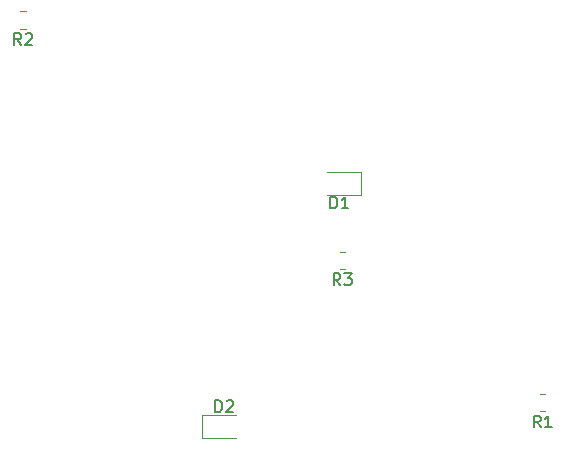
<source format=gbr>
%TF.GenerationSoftware,KiCad,Pcbnew,7.0.10*%
%TF.CreationDate,2024-01-21T17:13:34-08:00*%
%TF.ProjectId,motor_pcb,6d6f746f-725f-4706-9362-2e6b69636164,rev?*%
%TF.SameCoordinates,Original*%
%TF.FileFunction,Legend,Top*%
%TF.FilePolarity,Positive*%
%FSLAX46Y46*%
G04 Gerber Fmt 4.6, Leading zero omitted, Abs format (unit mm)*
G04 Created by KiCad (PCBNEW 7.0.10) date 2024-01-21 17:13:34*
%MOMM*%
%LPD*%
G01*
G04 APERTURE LIST*
%ADD10C,0.150000*%
%ADD11C,0.120000*%
G04 APERTURE END LIST*
D10*
X100733333Y-56804819D02*
X100400000Y-56328628D01*
X100161905Y-56804819D02*
X100161905Y-55804819D01*
X100161905Y-55804819D02*
X100542857Y-55804819D01*
X100542857Y-55804819D02*
X100638095Y-55852438D01*
X100638095Y-55852438D02*
X100685714Y-55900057D01*
X100685714Y-55900057D02*
X100733333Y-55995295D01*
X100733333Y-55995295D02*
X100733333Y-56138152D01*
X100733333Y-56138152D02*
X100685714Y-56233390D01*
X100685714Y-56233390D02*
X100638095Y-56281009D01*
X100638095Y-56281009D02*
X100542857Y-56328628D01*
X100542857Y-56328628D02*
X100161905Y-56328628D01*
X101066667Y-55804819D02*
X101685714Y-55804819D01*
X101685714Y-55804819D02*
X101352381Y-56185771D01*
X101352381Y-56185771D02*
X101495238Y-56185771D01*
X101495238Y-56185771D02*
X101590476Y-56233390D01*
X101590476Y-56233390D02*
X101638095Y-56281009D01*
X101638095Y-56281009D02*
X101685714Y-56376247D01*
X101685714Y-56376247D02*
X101685714Y-56614342D01*
X101685714Y-56614342D02*
X101638095Y-56709580D01*
X101638095Y-56709580D02*
X101590476Y-56757200D01*
X101590476Y-56757200D02*
X101495238Y-56804819D01*
X101495238Y-56804819D02*
X101209524Y-56804819D01*
X101209524Y-56804819D02*
X101114286Y-56757200D01*
X101114286Y-56757200D02*
X101066667Y-56709580D01*
X99886905Y-50304819D02*
X99886905Y-49304819D01*
X99886905Y-49304819D02*
X100125000Y-49304819D01*
X100125000Y-49304819D02*
X100267857Y-49352438D01*
X100267857Y-49352438D02*
X100363095Y-49447676D01*
X100363095Y-49447676D02*
X100410714Y-49542914D01*
X100410714Y-49542914D02*
X100458333Y-49733390D01*
X100458333Y-49733390D02*
X100458333Y-49876247D01*
X100458333Y-49876247D02*
X100410714Y-50066723D01*
X100410714Y-50066723D02*
X100363095Y-50161961D01*
X100363095Y-50161961D02*
X100267857Y-50257200D01*
X100267857Y-50257200D02*
X100125000Y-50304819D01*
X100125000Y-50304819D02*
X99886905Y-50304819D01*
X101410714Y-50304819D02*
X100839286Y-50304819D01*
X101125000Y-50304819D02*
X101125000Y-49304819D01*
X101125000Y-49304819D02*
X101029762Y-49447676D01*
X101029762Y-49447676D02*
X100934524Y-49542914D01*
X100934524Y-49542914D02*
X100839286Y-49590533D01*
X73708333Y-36454819D02*
X73375000Y-35978628D01*
X73136905Y-36454819D02*
X73136905Y-35454819D01*
X73136905Y-35454819D02*
X73517857Y-35454819D01*
X73517857Y-35454819D02*
X73613095Y-35502438D01*
X73613095Y-35502438D02*
X73660714Y-35550057D01*
X73660714Y-35550057D02*
X73708333Y-35645295D01*
X73708333Y-35645295D02*
X73708333Y-35788152D01*
X73708333Y-35788152D02*
X73660714Y-35883390D01*
X73660714Y-35883390D02*
X73613095Y-35931009D01*
X73613095Y-35931009D02*
X73517857Y-35978628D01*
X73517857Y-35978628D02*
X73136905Y-35978628D01*
X74089286Y-35550057D02*
X74136905Y-35502438D01*
X74136905Y-35502438D02*
X74232143Y-35454819D01*
X74232143Y-35454819D02*
X74470238Y-35454819D01*
X74470238Y-35454819D02*
X74565476Y-35502438D01*
X74565476Y-35502438D02*
X74613095Y-35550057D01*
X74613095Y-35550057D02*
X74660714Y-35645295D01*
X74660714Y-35645295D02*
X74660714Y-35740533D01*
X74660714Y-35740533D02*
X74613095Y-35883390D01*
X74613095Y-35883390D02*
X74041667Y-36454819D01*
X74041667Y-36454819D02*
X74660714Y-36454819D01*
X117683333Y-68854819D02*
X117350000Y-68378628D01*
X117111905Y-68854819D02*
X117111905Y-67854819D01*
X117111905Y-67854819D02*
X117492857Y-67854819D01*
X117492857Y-67854819D02*
X117588095Y-67902438D01*
X117588095Y-67902438D02*
X117635714Y-67950057D01*
X117635714Y-67950057D02*
X117683333Y-68045295D01*
X117683333Y-68045295D02*
X117683333Y-68188152D01*
X117683333Y-68188152D02*
X117635714Y-68283390D01*
X117635714Y-68283390D02*
X117588095Y-68331009D01*
X117588095Y-68331009D02*
X117492857Y-68378628D01*
X117492857Y-68378628D02*
X117111905Y-68378628D01*
X118635714Y-68854819D02*
X118064286Y-68854819D01*
X118350000Y-68854819D02*
X118350000Y-67854819D01*
X118350000Y-67854819D02*
X118254762Y-67997676D01*
X118254762Y-67997676D02*
X118159524Y-68092914D01*
X118159524Y-68092914D02*
X118064286Y-68140533D01*
X90161905Y-67554819D02*
X90161905Y-66554819D01*
X90161905Y-66554819D02*
X90400000Y-66554819D01*
X90400000Y-66554819D02*
X90542857Y-66602438D01*
X90542857Y-66602438D02*
X90638095Y-66697676D01*
X90638095Y-66697676D02*
X90685714Y-66792914D01*
X90685714Y-66792914D02*
X90733333Y-66983390D01*
X90733333Y-66983390D02*
X90733333Y-67126247D01*
X90733333Y-67126247D02*
X90685714Y-67316723D01*
X90685714Y-67316723D02*
X90638095Y-67411961D01*
X90638095Y-67411961D02*
X90542857Y-67507200D01*
X90542857Y-67507200D02*
X90400000Y-67554819D01*
X90400000Y-67554819D02*
X90161905Y-67554819D01*
X91114286Y-66650057D02*
X91161905Y-66602438D01*
X91161905Y-66602438D02*
X91257143Y-66554819D01*
X91257143Y-66554819D02*
X91495238Y-66554819D01*
X91495238Y-66554819D02*
X91590476Y-66602438D01*
X91590476Y-66602438D02*
X91638095Y-66650057D01*
X91638095Y-66650057D02*
X91685714Y-66745295D01*
X91685714Y-66745295D02*
X91685714Y-66840533D01*
X91685714Y-66840533D02*
X91638095Y-66983390D01*
X91638095Y-66983390D02*
X91066667Y-67554819D01*
X91066667Y-67554819D02*
X91685714Y-67554819D01*
D11*
%TO.C,R3*%
X101127064Y-55435000D02*
X100672936Y-55435000D01*
X101127064Y-53965000D02*
X100672936Y-53965000D01*
%TO.C,D1*%
X102485000Y-49160000D02*
X102485000Y-47240000D01*
X99625000Y-49160000D02*
X102485000Y-49160000D01*
X102485000Y-47240000D02*
X99625000Y-47240000D01*
%TO.C,R2*%
X74102064Y-33615000D02*
X73647936Y-33615000D01*
X74102064Y-35085000D02*
X73647936Y-35085000D01*
%TO.C,R1*%
X118077064Y-66015000D02*
X117622936Y-66015000D01*
X118077064Y-67485000D02*
X117622936Y-67485000D01*
%TO.C,D2*%
X89040000Y-69710000D02*
X91900000Y-69710000D01*
X91900000Y-67790000D02*
X89040000Y-67790000D01*
X89040000Y-67790000D02*
X89040000Y-69710000D01*
%TD*%
M02*

</source>
